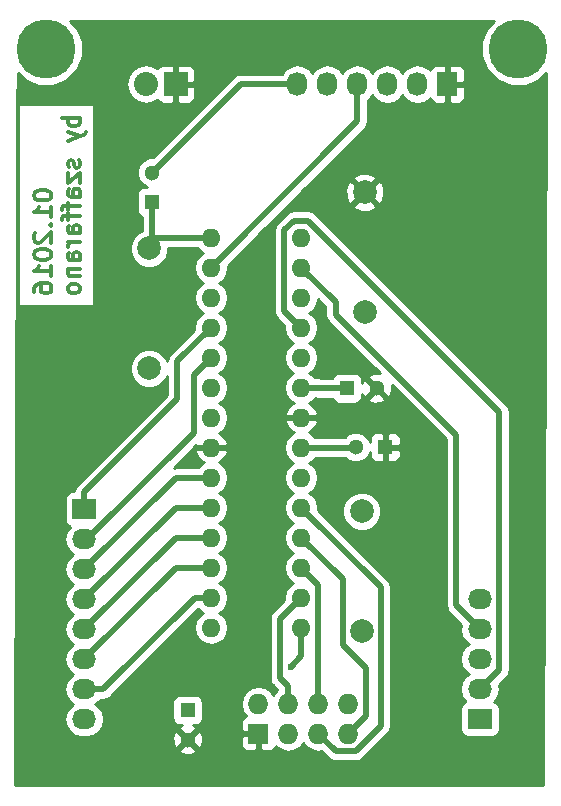
<source format=gbr>
G04 #@! TF.FileFunction,Copper,L2,Bot,Signal*
%FSLAX46Y46*%
G04 Gerber Fmt 4.6, Leading zero omitted, Abs format (unit mm)*
G04 Created by KiCad (PCBNEW 4.0.1-3.201512221401+6198~38~ubuntu15.10.1-stable) date dom 03 ene 2016 23:47:09 ART*
%MOMM*%
G01*
G04 APERTURE LIST*
%ADD10C,0.100000*%
%ADD11C,0.300000*%
%ADD12R,1.300000X1.300000*%
%ADD13C,1.300000*%
%ADD14O,1.600000X1.600000*%
%ADD15R,1.727200X1.727200*%
%ADD16O,1.727200X1.727200*%
%ADD17R,1.727200X2.032000*%
%ADD18O,1.727200X2.032000*%
%ADD19R,2.032000X2.032000*%
%ADD20O,2.032000X2.032000*%
%ADD21R,2.032000X1.727200*%
%ADD22O,2.032000X1.727200*%
%ADD23C,1.998980*%
%ADD24C,5.000000*%
%ADD25C,0.600000*%
%ADD26C,0.500000*%
%ADD27C,0.254000*%
G04 APERTURE END LIST*
D10*
D11*
X145978571Y-100357145D02*
X145978571Y-100500002D01*
X146050000Y-100642859D01*
X146121429Y-100714288D01*
X146264286Y-100785717D01*
X146550000Y-100857145D01*
X146907143Y-100857145D01*
X147192857Y-100785717D01*
X147335714Y-100714288D01*
X147407143Y-100642859D01*
X147478571Y-100500002D01*
X147478571Y-100357145D01*
X147407143Y-100214288D01*
X147335714Y-100142859D01*
X147192857Y-100071431D01*
X146907143Y-100000002D01*
X146550000Y-100000002D01*
X146264286Y-100071431D01*
X146121429Y-100142859D01*
X146050000Y-100214288D01*
X145978571Y-100357145D01*
X147478571Y-102285716D02*
X147478571Y-101428573D01*
X147478571Y-101857145D02*
X145978571Y-101857145D01*
X146192857Y-101714288D01*
X146335714Y-101571430D01*
X146407143Y-101428573D01*
X147335714Y-102928573D02*
X147407143Y-103000001D01*
X147478571Y-102928573D01*
X147407143Y-102857144D01*
X147335714Y-102928573D01*
X147478571Y-102928573D01*
X146121429Y-103571430D02*
X146050000Y-103642859D01*
X145978571Y-103785716D01*
X145978571Y-104142859D01*
X146050000Y-104285716D01*
X146121429Y-104357145D01*
X146264286Y-104428573D01*
X146407143Y-104428573D01*
X146621429Y-104357145D01*
X147478571Y-103500002D01*
X147478571Y-104428573D01*
X145978571Y-105357144D02*
X145978571Y-105500001D01*
X146050000Y-105642858D01*
X146121429Y-105714287D01*
X146264286Y-105785716D01*
X146550000Y-105857144D01*
X146907143Y-105857144D01*
X147192857Y-105785716D01*
X147335714Y-105714287D01*
X147407143Y-105642858D01*
X147478571Y-105500001D01*
X147478571Y-105357144D01*
X147407143Y-105214287D01*
X147335714Y-105142858D01*
X147192857Y-105071430D01*
X146907143Y-105000001D01*
X146550000Y-105000001D01*
X146264286Y-105071430D01*
X146121429Y-105142858D01*
X146050000Y-105214287D01*
X145978571Y-105357144D01*
X147478571Y-107285715D02*
X147478571Y-106428572D01*
X147478571Y-106857144D02*
X145978571Y-106857144D01*
X146192857Y-106714287D01*
X146335714Y-106571429D01*
X146407143Y-106428572D01*
X145978571Y-108571429D02*
X145978571Y-108285715D01*
X146050000Y-108142858D01*
X146121429Y-108071429D01*
X146335714Y-107928572D01*
X146621429Y-107857143D01*
X147192857Y-107857143D01*
X147335714Y-107928572D01*
X147407143Y-108000000D01*
X147478571Y-108142858D01*
X147478571Y-108428572D01*
X147407143Y-108571429D01*
X147335714Y-108642858D01*
X147192857Y-108714286D01*
X146835714Y-108714286D01*
X146692857Y-108642858D01*
X146621429Y-108571429D01*
X146550000Y-108428572D01*
X146550000Y-108142858D01*
X146621429Y-108000000D01*
X146692857Y-107928572D01*
X146835714Y-107857143D01*
X149878571Y-93857142D02*
X148378571Y-93857142D01*
X148950000Y-93857142D02*
X148878571Y-93999999D01*
X148878571Y-94285713D01*
X148950000Y-94428570D01*
X149021429Y-94499999D01*
X149164286Y-94571428D01*
X149592857Y-94571428D01*
X149735714Y-94499999D01*
X149807143Y-94428570D01*
X149878571Y-94285713D01*
X149878571Y-93999999D01*
X149807143Y-93857142D01*
X148878571Y-95071428D02*
X149878571Y-95428571D01*
X148878571Y-95785713D02*
X149878571Y-95428571D01*
X150235714Y-95285713D01*
X150307143Y-95214285D01*
X150378571Y-95071428D01*
X149807143Y-97428570D02*
X149878571Y-97571427D01*
X149878571Y-97857142D01*
X149807143Y-97999999D01*
X149664286Y-98071427D01*
X149592857Y-98071427D01*
X149450000Y-97999999D01*
X149378571Y-97857142D01*
X149378571Y-97642856D01*
X149307143Y-97499999D01*
X149164286Y-97428570D01*
X149092857Y-97428570D01*
X148950000Y-97499999D01*
X148878571Y-97642856D01*
X148878571Y-97857142D01*
X148950000Y-97999999D01*
X148878571Y-98571428D02*
X148878571Y-99357142D01*
X149878571Y-98571428D01*
X149878571Y-99357142D01*
X149878571Y-100571428D02*
X149092857Y-100571428D01*
X148950000Y-100499999D01*
X148878571Y-100357142D01*
X148878571Y-100071428D01*
X148950000Y-99928571D01*
X149807143Y-100571428D02*
X149878571Y-100428571D01*
X149878571Y-100071428D01*
X149807143Y-99928571D01*
X149664286Y-99857142D01*
X149521429Y-99857142D01*
X149378571Y-99928571D01*
X149307143Y-100071428D01*
X149307143Y-100428571D01*
X149235714Y-100571428D01*
X148878571Y-101071428D02*
X148878571Y-101642857D01*
X149878571Y-101285714D02*
X148592857Y-101285714D01*
X148450000Y-101357142D01*
X148378571Y-101500000D01*
X148378571Y-101642857D01*
X148878571Y-101928571D02*
X148878571Y-102500000D01*
X149878571Y-102142857D02*
X148592857Y-102142857D01*
X148450000Y-102214285D01*
X148378571Y-102357143D01*
X148378571Y-102500000D01*
X149878571Y-103642857D02*
X149092857Y-103642857D01*
X148950000Y-103571428D01*
X148878571Y-103428571D01*
X148878571Y-103142857D01*
X148950000Y-103000000D01*
X149807143Y-103642857D02*
X149878571Y-103500000D01*
X149878571Y-103142857D01*
X149807143Y-103000000D01*
X149664286Y-102928571D01*
X149521429Y-102928571D01*
X149378571Y-103000000D01*
X149307143Y-103142857D01*
X149307143Y-103500000D01*
X149235714Y-103642857D01*
X149878571Y-104357143D02*
X148878571Y-104357143D01*
X149164286Y-104357143D02*
X149021429Y-104428571D01*
X148950000Y-104500000D01*
X148878571Y-104642857D01*
X148878571Y-104785714D01*
X149878571Y-105928571D02*
X149092857Y-105928571D01*
X148950000Y-105857142D01*
X148878571Y-105714285D01*
X148878571Y-105428571D01*
X148950000Y-105285714D01*
X149807143Y-105928571D02*
X149878571Y-105785714D01*
X149878571Y-105428571D01*
X149807143Y-105285714D01*
X149664286Y-105214285D01*
X149521429Y-105214285D01*
X149378571Y-105285714D01*
X149307143Y-105428571D01*
X149307143Y-105785714D01*
X149235714Y-105928571D01*
X148878571Y-106642857D02*
X149878571Y-106642857D01*
X149021429Y-106642857D02*
X148950000Y-106714285D01*
X148878571Y-106857143D01*
X148878571Y-107071428D01*
X148950000Y-107214285D01*
X149092857Y-107285714D01*
X149878571Y-107285714D01*
X149878571Y-108214286D02*
X149807143Y-108071428D01*
X149735714Y-108000000D01*
X149592857Y-107928571D01*
X149164286Y-107928571D01*
X149021429Y-108000000D01*
X148950000Y-108071428D01*
X148878571Y-108214286D01*
X148878571Y-108428571D01*
X148950000Y-108571428D01*
X149021429Y-108642857D01*
X149164286Y-108714286D01*
X149592857Y-108714286D01*
X149735714Y-108642857D01*
X149807143Y-108571428D01*
X149878571Y-108428571D01*
X149878571Y-108214286D01*
D12*
X175750000Y-121750000D03*
D13*
X173250000Y-121750000D03*
D12*
X159000000Y-144000000D03*
D13*
X159000000Y-146500000D03*
D12*
X156000000Y-101000000D03*
D13*
X156000000Y-98500000D03*
D12*
X172500000Y-116750000D03*
D13*
X175000000Y-116750000D03*
D14*
X161000000Y-104000000D03*
X161000000Y-106540000D03*
X161000000Y-109080000D03*
X161000000Y-111620000D03*
X161000000Y-114160000D03*
X161000000Y-116700000D03*
X161000000Y-119240000D03*
X161000000Y-121780000D03*
X161000000Y-124320000D03*
X161000000Y-126860000D03*
X161000000Y-129400000D03*
X161000000Y-131940000D03*
X161000000Y-134480000D03*
X161000000Y-137020000D03*
X168620000Y-137020000D03*
X168620000Y-134480000D03*
X168620000Y-131940000D03*
X168620000Y-129400000D03*
X168620000Y-126860000D03*
X168620000Y-124320000D03*
X168620000Y-121780000D03*
X168620000Y-119240000D03*
X168620000Y-116700000D03*
X168620000Y-114160000D03*
X168620000Y-111620000D03*
X168620000Y-109080000D03*
X168620000Y-106540000D03*
X168620000Y-104000000D03*
D15*
X165000000Y-146000000D03*
D16*
X165000000Y-143460000D03*
X167540000Y-146000000D03*
X167540000Y-143460000D03*
X170080000Y-146000000D03*
X170080000Y-143460000D03*
X172620000Y-146000000D03*
X172620000Y-143460000D03*
D17*
X181000000Y-91000000D03*
D18*
X178460000Y-91000000D03*
X175920000Y-91000000D03*
X173380000Y-91000000D03*
X170840000Y-91000000D03*
X168300000Y-91000000D03*
D19*
X158000000Y-91000000D03*
D20*
X155460000Y-91000000D03*
D21*
X150250000Y-127000000D03*
D22*
X150250000Y-129540000D03*
X150250000Y-132080000D03*
X150250000Y-134620000D03*
X150250000Y-137160000D03*
X150250000Y-139700000D03*
X150250000Y-142240000D03*
X150250000Y-144780000D03*
D21*
X183750000Y-144750000D03*
D22*
X183750000Y-142210000D03*
X183750000Y-139670000D03*
X183750000Y-137130000D03*
X183750000Y-134590000D03*
D23*
X155750000Y-115080000D03*
X155750000Y-104920000D03*
X173750000Y-137330000D03*
X173750000Y-127170000D03*
X174000000Y-110330000D03*
X174000000Y-100170000D03*
D24*
X187000000Y-88000000D03*
X147000000Y-88000000D03*
D25*
X167738200Y-140320400D03*
D26*
X173220000Y-121780000D02*
X173250000Y-121750000D01*
X168620000Y-121780000D02*
X173220000Y-121780000D01*
X161000000Y-104000000D02*
X159599700Y-104000000D01*
X156000000Y-104000000D02*
X159599700Y-104000000D01*
X156000000Y-104670000D02*
X156000000Y-104000000D01*
X155750000Y-104920000D02*
X156000000Y-104670000D01*
X156000000Y-104000000D02*
X156000000Y-101000000D01*
X163500000Y-91000000D02*
X156000000Y-98500000D01*
X168300000Y-91000000D02*
X163500000Y-91000000D01*
X170070300Y-116750000D02*
X170020300Y-116700000D01*
X172500000Y-116750000D02*
X170070300Y-116750000D01*
X168620000Y-116700000D02*
X170020300Y-116700000D01*
X173380000Y-94160000D02*
X161000000Y-106540000D01*
X173380000Y-91000000D02*
X173380000Y-94160000D01*
X158130800Y-114489200D02*
X161000000Y-111620000D01*
X158130800Y-117655300D02*
X158130800Y-114489200D01*
X150250000Y-125536100D02*
X158130800Y-117655300D01*
X150250000Y-127000000D02*
X150250000Y-125536100D01*
X159532100Y-115627900D02*
X161000000Y-114160000D01*
X159532100Y-120508600D02*
X159532100Y-115627900D01*
X150500700Y-129540000D02*
X159532100Y-120508600D01*
X150250000Y-129540000D02*
X150500700Y-129540000D01*
X158010000Y-124320000D02*
X161000000Y-124320000D01*
X150250000Y-132080000D02*
X158010000Y-124320000D01*
X158010000Y-126860000D02*
X161000000Y-126860000D01*
X150250000Y-134620000D02*
X158010000Y-126860000D01*
X158010000Y-129400000D02*
X161000000Y-129400000D01*
X150250000Y-137160000D02*
X158010000Y-129400000D01*
X158010000Y-131940000D02*
X161000000Y-131940000D01*
X150250000Y-139700000D02*
X158010000Y-131940000D01*
X151866300Y-142213400D02*
X159599700Y-134480000D01*
X151866300Y-142240000D02*
X151866300Y-142213400D01*
X161000000Y-134480000D02*
X159599700Y-134480000D01*
X150250000Y-142240000D02*
X151866300Y-142240000D01*
X168620000Y-139438600D02*
X167738200Y-140320400D01*
X168620000Y-137020000D02*
X168620000Y-139438600D01*
X167540000Y-143460000D02*
X167540000Y-141996100D01*
X166837900Y-141294000D02*
X167540000Y-141996100D01*
X166837900Y-136262100D02*
X166837900Y-141294000D01*
X168620000Y-134480000D02*
X166837900Y-136262100D01*
X170080000Y-133400000D02*
X168620000Y-131940000D01*
X170080000Y-143460000D02*
X170080000Y-133400000D01*
X172130400Y-132910400D02*
X168620000Y-129400000D01*
X172130400Y-138468600D02*
X172130400Y-132910400D01*
X174095300Y-140433500D02*
X172130400Y-138468600D01*
X174095300Y-144524700D02*
X174095300Y-140433500D01*
X172620000Y-146000000D02*
X174095300Y-144524700D01*
X175363200Y-133603200D02*
X168620000Y-126860000D01*
X175363200Y-145336900D02*
X175363200Y-133603200D01*
X173230000Y-147470100D02*
X175363200Y-145336900D01*
X171550100Y-147470100D02*
X173230000Y-147470100D01*
X170080000Y-146000000D02*
X171550100Y-147470100D01*
X167200200Y-110200200D02*
X168620000Y-111620000D01*
X167200200Y-103381200D02*
X167200200Y-110200200D01*
X168006400Y-102575000D02*
X167200200Y-103381200D01*
X169204100Y-102575000D02*
X168006400Y-102575000D01*
X185388300Y-118759200D02*
X169204100Y-102575000D01*
X185388300Y-140571700D02*
X185388300Y-118759200D01*
X183750000Y-142210000D02*
X185388300Y-140571700D01*
X171554300Y-109474300D02*
X168620000Y-106540000D01*
X171554300Y-110513100D02*
X171554300Y-109474300D01*
X181762100Y-120720900D02*
X171554300Y-110513100D01*
X181762100Y-135142100D02*
X181762100Y-120720900D01*
X183750000Y-137130000D02*
X181762100Y-135142100D01*
D27*
G36*
X184343826Y-86221847D02*
X183865546Y-87373674D01*
X183864457Y-88620854D01*
X184340727Y-89773515D01*
X185221847Y-90656174D01*
X186373674Y-91134454D01*
X187620854Y-91135543D01*
X188773515Y-90659273D01*
X189355390Y-90078412D01*
X189123488Y-150373000D01*
X144377489Y-150373000D01*
X144388926Y-147399016D01*
X158280590Y-147399016D01*
X158336271Y-147629611D01*
X158819078Y-147797622D01*
X159329428Y-147768083D01*
X159663729Y-147629611D01*
X159719410Y-147399016D01*
X159000000Y-146679605D01*
X158280590Y-147399016D01*
X144388926Y-147399016D01*
X144393080Y-146319078D01*
X157702378Y-146319078D01*
X157731917Y-146829428D01*
X157870389Y-147163729D01*
X158100984Y-147219410D01*
X158820395Y-146500000D01*
X159179605Y-146500000D01*
X159899016Y-147219410D01*
X160129611Y-147163729D01*
X160297622Y-146680922D01*
X160274750Y-146285750D01*
X163501400Y-146285750D01*
X163501400Y-146989909D01*
X163598073Y-147223298D01*
X163776701Y-147401927D01*
X164010090Y-147498600D01*
X164714250Y-147498600D01*
X164873000Y-147339850D01*
X164873000Y-146127000D01*
X163660150Y-146127000D01*
X163501400Y-146285750D01*
X160274750Y-146285750D01*
X160268083Y-146170572D01*
X160129611Y-145836271D01*
X159899016Y-145780590D01*
X159179605Y-146500000D01*
X158820395Y-146500000D01*
X158100984Y-145780590D01*
X157870389Y-145836271D01*
X157702378Y-146319078D01*
X144393080Y-146319078D01*
X144457615Y-129540000D01*
X148566655Y-129540000D01*
X148680729Y-130113489D01*
X149005585Y-130599670D01*
X149320366Y-130810000D01*
X149005585Y-131020330D01*
X148680729Y-131506511D01*
X148566655Y-132080000D01*
X148680729Y-132653489D01*
X149005585Y-133139670D01*
X149320366Y-133350000D01*
X149005585Y-133560330D01*
X148680729Y-134046511D01*
X148566655Y-134620000D01*
X148680729Y-135193489D01*
X149005585Y-135679670D01*
X149320366Y-135890000D01*
X149005585Y-136100330D01*
X148680729Y-136586511D01*
X148566655Y-137160000D01*
X148680729Y-137733489D01*
X149005585Y-138219670D01*
X149320366Y-138430000D01*
X149005585Y-138640330D01*
X148680729Y-139126511D01*
X148566655Y-139700000D01*
X148680729Y-140273489D01*
X149005585Y-140759670D01*
X149320366Y-140970000D01*
X149005585Y-141180330D01*
X148680729Y-141666511D01*
X148566655Y-142240000D01*
X148680729Y-142813489D01*
X149005585Y-143299670D01*
X149320366Y-143510000D01*
X149005585Y-143720330D01*
X148680729Y-144206511D01*
X148566655Y-144780000D01*
X148680729Y-145353489D01*
X149005585Y-145839670D01*
X149491766Y-146164526D01*
X150065255Y-146278600D01*
X150434745Y-146278600D01*
X151008234Y-146164526D01*
X151494415Y-145839670D01*
X151819271Y-145353489D01*
X151933345Y-144780000D01*
X151819271Y-144206511D01*
X151494415Y-143720330D01*
X151179634Y-143510000D01*
X151419090Y-143350000D01*
X157702560Y-143350000D01*
X157702560Y-144650000D01*
X157746838Y-144885317D01*
X157885910Y-145101441D01*
X158098110Y-145246431D01*
X158350000Y-145297440D01*
X158512385Y-145297440D01*
X158336271Y-145370389D01*
X158280590Y-145600984D01*
X159000000Y-146320395D01*
X159719410Y-145600984D01*
X159663729Y-145370389D01*
X159454098Y-145297440D01*
X159650000Y-145297440D01*
X159885317Y-145253162D01*
X160101441Y-145114090D01*
X160246431Y-144901890D01*
X160297440Y-144650000D01*
X160297440Y-143430641D01*
X163501400Y-143430641D01*
X163501400Y-143489359D01*
X163615474Y-144062848D01*
X163930526Y-144534356D01*
X163776701Y-144598073D01*
X163598073Y-144776702D01*
X163501400Y-145010091D01*
X163501400Y-145714250D01*
X163660150Y-145873000D01*
X164873000Y-145873000D01*
X164873000Y-145853000D01*
X165127000Y-145853000D01*
X165127000Y-145873000D01*
X165147000Y-145873000D01*
X165147000Y-146127000D01*
X165127000Y-146127000D01*
X165127000Y-147339850D01*
X165285750Y-147498600D01*
X165989910Y-147498600D01*
X166223299Y-147401927D01*
X166401927Y-147223298D01*
X166466263Y-147067977D01*
X166480330Y-147089029D01*
X166966511Y-147413885D01*
X167540000Y-147527959D01*
X168113489Y-147413885D01*
X168599670Y-147089029D01*
X168810000Y-146774248D01*
X169020330Y-147089029D01*
X169506511Y-147413885D01*
X170080000Y-147527959D01*
X170310525Y-147482105D01*
X170924308Y-148095887D01*
X170924310Y-148095890D01*
X171173119Y-148262138D01*
X171211425Y-148287733D01*
X171550100Y-148355100D01*
X173229995Y-148355100D01*
X173230000Y-148355101D01*
X173512484Y-148298910D01*
X173568675Y-148287733D01*
X173855790Y-148095890D01*
X173855791Y-148095889D01*
X175988987Y-145962692D01*
X175988990Y-145962690D01*
X176180833Y-145675575D01*
X176248200Y-145336900D01*
X176248200Y-133603205D01*
X176248201Y-133603200D01*
X176180833Y-133264526D01*
X176180833Y-133264525D01*
X175988990Y-132977410D01*
X175988987Y-132977408D01*
X170505274Y-127493694D01*
X172115226Y-127493694D01*
X172363538Y-128094655D01*
X172822927Y-128554846D01*
X173423453Y-128804206D01*
X174073694Y-128804774D01*
X174674655Y-128556462D01*
X175134846Y-128097073D01*
X175384206Y-127496547D01*
X175384774Y-126846306D01*
X175136462Y-126245345D01*
X174677073Y-125785154D01*
X174076547Y-125535794D01*
X173426306Y-125535226D01*
X172825345Y-125783538D01*
X172365154Y-126242927D01*
X172115794Y-126843453D01*
X172115226Y-127493694D01*
X170505274Y-127493694D01*
X170048017Y-127036437D01*
X170083113Y-126860000D01*
X169973880Y-126310849D01*
X169662811Y-125845302D01*
X169280725Y-125590000D01*
X169662811Y-125334698D01*
X169973880Y-124869151D01*
X170083113Y-124320000D01*
X169973880Y-123770849D01*
X169662811Y-123305302D01*
X169280725Y-123050000D01*
X169662811Y-122794698D01*
X169749473Y-122665000D01*
X172347723Y-122665000D01*
X172521155Y-122838735D01*
X172993276Y-123034777D01*
X173504481Y-123035223D01*
X173976943Y-122840005D01*
X174338735Y-122478845D01*
X174465000Y-122174765D01*
X174465000Y-122526310D01*
X174561673Y-122759699D01*
X174740302Y-122938327D01*
X174973691Y-123035000D01*
X175464250Y-123035000D01*
X175623000Y-122876250D01*
X175623000Y-121877000D01*
X175877000Y-121877000D01*
X175877000Y-122876250D01*
X176035750Y-123035000D01*
X176526309Y-123035000D01*
X176759698Y-122938327D01*
X176938327Y-122759699D01*
X177035000Y-122526310D01*
X177035000Y-122035750D01*
X176876250Y-121877000D01*
X175877000Y-121877000D01*
X175623000Y-121877000D01*
X175603000Y-121877000D01*
X175603000Y-121623000D01*
X175623000Y-121623000D01*
X175623000Y-120623750D01*
X175877000Y-120623750D01*
X175877000Y-121623000D01*
X176876250Y-121623000D01*
X177035000Y-121464250D01*
X177035000Y-120973690D01*
X176938327Y-120740301D01*
X176759698Y-120561673D01*
X176526309Y-120465000D01*
X176035750Y-120465000D01*
X175877000Y-120623750D01*
X175623000Y-120623750D01*
X175464250Y-120465000D01*
X174973691Y-120465000D01*
X174740302Y-120561673D01*
X174561673Y-120740301D01*
X174465000Y-120973690D01*
X174465000Y-121325567D01*
X174340005Y-121023057D01*
X173978845Y-120661265D01*
X173506724Y-120465223D01*
X172995519Y-120464777D01*
X172523057Y-120659995D01*
X172287641Y-120895000D01*
X169749473Y-120895000D01*
X169662811Y-120765302D01*
X169258297Y-120495014D01*
X169475134Y-120392389D01*
X169851041Y-119977423D01*
X170011904Y-119589039D01*
X169889915Y-119367000D01*
X168747000Y-119367000D01*
X168747000Y-119387000D01*
X168493000Y-119387000D01*
X168493000Y-119367000D01*
X167350085Y-119367000D01*
X167228096Y-119589039D01*
X167388959Y-119977423D01*
X167764866Y-120392389D01*
X167981703Y-120495014D01*
X167577189Y-120765302D01*
X167266120Y-121230849D01*
X167156887Y-121780000D01*
X167266120Y-122329151D01*
X167577189Y-122794698D01*
X167959275Y-123050000D01*
X167577189Y-123305302D01*
X167266120Y-123770849D01*
X167156887Y-124320000D01*
X167266120Y-124869151D01*
X167577189Y-125334698D01*
X167959275Y-125590000D01*
X167577189Y-125845302D01*
X167266120Y-126310849D01*
X167156887Y-126860000D01*
X167266120Y-127409151D01*
X167577189Y-127874698D01*
X167959275Y-128130000D01*
X167577189Y-128385302D01*
X167266120Y-128850849D01*
X167156887Y-129400000D01*
X167266120Y-129949151D01*
X167577189Y-130414698D01*
X167959275Y-130670000D01*
X167577189Y-130925302D01*
X167266120Y-131390849D01*
X167156887Y-131940000D01*
X167266120Y-132489151D01*
X167577189Y-132954698D01*
X167959275Y-133210000D01*
X167577189Y-133465302D01*
X167266120Y-133930849D01*
X167156887Y-134480000D01*
X167191983Y-134656438D01*
X166212110Y-135636310D01*
X166020267Y-135923425D01*
X166020267Y-135923426D01*
X165952899Y-136262100D01*
X165952900Y-136262105D01*
X165952900Y-141293995D01*
X165952899Y-141294000D01*
X165985263Y-141456700D01*
X166020267Y-141632675D01*
X166179728Y-141871326D01*
X166212110Y-141919790D01*
X166590007Y-142297687D01*
X166480330Y-142370971D01*
X166270000Y-142685752D01*
X166059670Y-142370971D01*
X165573489Y-142046115D01*
X165000000Y-141932041D01*
X164426511Y-142046115D01*
X163940330Y-142370971D01*
X163615474Y-142857152D01*
X163501400Y-143430641D01*
X160297440Y-143430641D01*
X160297440Y-143350000D01*
X160253162Y-143114683D01*
X160114090Y-142898559D01*
X159901890Y-142753569D01*
X159650000Y-142702560D01*
X158350000Y-142702560D01*
X158114683Y-142746838D01*
X157898559Y-142885910D01*
X157753569Y-143098110D01*
X157702560Y-143350000D01*
X151419090Y-143350000D01*
X151494415Y-143299670D01*
X151611126Y-143125000D01*
X151866300Y-143125000D01*
X152204975Y-143057633D01*
X152492090Y-142865790D01*
X152545653Y-142785627D01*
X159908880Y-135422399D01*
X159957189Y-135494698D01*
X160339275Y-135750000D01*
X159957189Y-136005302D01*
X159646120Y-136470849D01*
X159536887Y-137020000D01*
X159646120Y-137569151D01*
X159957189Y-138034698D01*
X160422736Y-138345767D01*
X160971887Y-138455000D01*
X161028113Y-138455000D01*
X161577264Y-138345767D01*
X162042811Y-138034698D01*
X162353880Y-137569151D01*
X162463113Y-137020000D01*
X162353880Y-136470849D01*
X162042811Y-136005302D01*
X161660725Y-135750000D01*
X162042811Y-135494698D01*
X162353880Y-135029151D01*
X162463113Y-134480000D01*
X162353880Y-133930849D01*
X162042811Y-133465302D01*
X161660725Y-133210000D01*
X162042811Y-132954698D01*
X162353880Y-132489151D01*
X162463113Y-131940000D01*
X162353880Y-131390849D01*
X162042811Y-130925302D01*
X161660725Y-130670000D01*
X162042811Y-130414698D01*
X162353880Y-129949151D01*
X162463113Y-129400000D01*
X162353880Y-128850849D01*
X162042811Y-128385302D01*
X161660725Y-128130000D01*
X162042811Y-127874698D01*
X162353880Y-127409151D01*
X162463113Y-126860000D01*
X162353880Y-126310849D01*
X162042811Y-125845302D01*
X161660725Y-125590000D01*
X162042811Y-125334698D01*
X162353880Y-124869151D01*
X162463113Y-124320000D01*
X162353880Y-123770849D01*
X162042811Y-123305302D01*
X161638297Y-123035014D01*
X161855134Y-122932389D01*
X162231041Y-122517423D01*
X162391904Y-122129039D01*
X162269915Y-121907000D01*
X161127000Y-121907000D01*
X161127000Y-121927000D01*
X160873000Y-121927000D01*
X160873000Y-121907000D01*
X159730085Y-121907000D01*
X159608096Y-122129039D01*
X159768959Y-122517423D01*
X160144866Y-122932389D01*
X160361703Y-123035014D01*
X159957189Y-123305302D01*
X159870527Y-123435000D01*
X158010005Y-123435000D01*
X158010000Y-123434999D01*
X157819359Y-123472921D01*
X159697886Y-121594393D01*
X159730085Y-121653000D01*
X160873000Y-121653000D01*
X160873000Y-121633000D01*
X161127000Y-121633000D01*
X161127000Y-121653000D01*
X162269915Y-121653000D01*
X162391904Y-121430961D01*
X162231041Y-121042577D01*
X161855134Y-120627611D01*
X161638297Y-120524986D01*
X162042811Y-120254698D01*
X162353880Y-119789151D01*
X162463113Y-119240000D01*
X162353880Y-118690849D01*
X162042811Y-118225302D01*
X161660725Y-117970000D01*
X162042811Y-117714698D01*
X162353880Y-117249151D01*
X162463113Y-116700000D01*
X162353880Y-116150849D01*
X162042811Y-115685302D01*
X161660725Y-115430000D01*
X162042811Y-115174698D01*
X162353880Y-114709151D01*
X162463113Y-114160000D01*
X162353880Y-113610849D01*
X162042811Y-113145302D01*
X161660725Y-112890000D01*
X162042811Y-112634698D01*
X162353880Y-112169151D01*
X162463113Y-111620000D01*
X162353880Y-111070849D01*
X162042811Y-110605302D01*
X161660725Y-110350000D01*
X162042811Y-110094698D01*
X162353880Y-109629151D01*
X162463113Y-109080000D01*
X162353880Y-108530849D01*
X162042811Y-108065302D01*
X161660725Y-107810000D01*
X162042811Y-107554698D01*
X162353880Y-107089151D01*
X162463113Y-106540000D01*
X162428017Y-106363563D01*
X165410379Y-103381200D01*
X166315199Y-103381200D01*
X166315200Y-103381205D01*
X166315200Y-110200195D01*
X166315199Y-110200200D01*
X166333904Y-110294233D01*
X166382567Y-110538875D01*
X166513612Y-110734999D01*
X166574410Y-110825990D01*
X167191983Y-111443562D01*
X167156887Y-111620000D01*
X167266120Y-112169151D01*
X167577189Y-112634698D01*
X167959275Y-112890000D01*
X167577189Y-113145302D01*
X167266120Y-113610849D01*
X167156887Y-114160000D01*
X167266120Y-114709151D01*
X167577189Y-115174698D01*
X167959275Y-115430000D01*
X167577189Y-115685302D01*
X167266120Y-116150849D01*
X167156887Y-116700000D01*
X167266120Y-117249151D01*
X167577189Y-117714698D01*
X167981703Y-117984986D01*
X167764866Y-118087611D01*
X167388959Y-118502577D01*
X167228096Y-118890961D01*
X167350085Y-119113000D01*
X168493000Y-119113000D01*
X168493000Y-119093000D01*
X168747000Y-119093000D01*
X168747000Y-119113000D01*
X169889915Y-119113000D01*
X170011904Y-118890961D01*
X169851041Y-118502577D01*
X169475134Y-118087611D01*
X169258297Y-117984986D01*
X169662811Y-117714698D01*
X169749473Y-117585000D01*
X169818934Y-117585000D01*
X170070300Y-117635001D01*
X170070305Y-117635000D01*
X171246778Y-117635000D01*
X171246838Y-117635317D01*
X171385910Y-117851441D01*
X171598110Y-117996431D01*
X171850000Y-118047440D01*
X173150000Y-118047440D01*
X173385317Y-118003162D01*
X173601441Y-117864090D01*
X173746431Y-117651890D01*
X173747012Y-117649016D01*
X174280590Y-117649016D01*
X174336271Y-117879611D01*
X174819078Y-118047622D01*
X175329428Y-118018083D01*
X175663729Y-117879611D01*
X175719410Y-117649016D01*
X175000000Y-116929605D01*
X174280590Y-117649016D01*
X173747012Y-117649016D01*
X173797440Y-117400000D01*
X173797440Y-117237615D01*
X173870389Y-117413729D01*
X174100984Y-117469410D01*
X174820395Y-116750000D01*
X174100984Y-116030590D01*
X173870389Y-116086271D01*
X173797440Y-116295902D01*
X173797440Y-116100000D01*
X173753162Y-115864683D01*
X173614090Y-115648559D01*
X173401890Y-115503569D01*
X173150000Y-115452560D01*
X171850000Y-115452560D01*
X171614683Y-115496838D01*
X171398559Y-115635910D01*
X171253569Y-115848110D01*
X171250149Y-115865000D01*
X170271666Y-115865000D01*
X170020300Y-115814999D01*
X170020295Y-115815000D01*
X169749473Y-115815000D01*
X169662811Y-115685302D01*
X169280725Y-115430000D01*
X169662811Y-115174698D01*
X169973880Y-114709151D01*
X170083113Y-114160000D01*
X169973880Y-113610849D01*
X169662811Y-113145302D01*
X169280725Y-112890000D01*
X169662811Y-112634698D01*
X169973880Y-112169151D01*
X170083113Y-111620000D01*
X169973880Y-111070849D01*
X169662811Y-110605302D01*
X169280725Y-110350000D01*
X169662811Y-110094698D01*
X169973880Y-109629151D01*
X170054130Y-109225709D01*
X170669300Y-109840879D01*
X170669300Y-110513095D01*
X170669299Y-110513100D01*
X170725490Y-110795584D01*
X170736667Y-110851775D01*
X170847623Y-111017833D01*
X170928510Y-111138890D01*
X175274596Y-115484975D01*
X175180922Y-115452378D01*
X174670572Y-115481917D01*
X174336271Y-115620389D01*
X174280590Y-115850984D01*
X175000000Y-116570395D01*
X175014142Y-116556252D01*
X175193748Y-116735858D01*
X175179605Y-116750000D01*
X175899016Y-117469410D01*
X176129611Y-117413729D01*
X176297622Y-116930922D01*
X176271640Y-116482019D01*
X180877100Y-121087479D01*
X180877100Y-135142095D01*
X180877099Y-135142100D01*
X180933290Y-135424584D01*
X180944467Y-135480775D01*
X181065156Y-135661400D01*
X181136310Y-135767890D01*
X182138289Y-136769869D01*
X182066655Y-137130000D01*
X182180729Y-137703489D01*
X182505585Y-138189670D01*
X182820366Y-138400000D01*
X182505585Y-138610330D01*
X182180729Y-139096511D01*
X182066655Y-139670000D01*
X182180729Y-140243489D01*
X182505585Y-140729670D01*
X182820366Y-140940000D01*
X182505585Y-141150330D01*
X182180729Y-141636511D01*
X182066655Y-142210000D01*
X182180729Y-142783489D01*
X182505585Y-143269670D01*
X182519913Y-143279243D01*
X182498683Y-143283238D01*
X182282559Y-143422310D01*
X182137569Y-143634510D01*
X182086560Y-143886400D01*
X182086560Y-145613600D01*
X182130838Y-145848917D01*
X182269910Y-146065041D01*
X182482110Y-146210031D01*
X182734000Y-146261040D01*
X184766000Y-146261040D01*
X185001317Y-146216762D01*
X185217441Y-146077690D01*
X185362431Y-145865490D01*
X185413440Y-145613600D01*
X185413440Y-143886400D01*
X185369162Y-143651083D01*
X185230090Y-143434959D01*
X185017890Y-143289969D01*
X184976561Y-143281600D01*
X184994415Y-143269670D01*
X185319271Y-142783489D01*
X185433345Y-142210000D01*
X185361711Y-141849869D01*
X186014087Y-141197492D01*
X186014090Y-141197490D01*
X186205933Y-140910375D01*
X186233423Y-140772174D01*
X186273301Y-140571700D01*
X186273300Y-140571695D01*
X186273300Y-118759205D01*
X186273301Y-118759200D01*
X186205933Y-118420525D01*
X186112766Y-118281090D01*
X186014090Y-118133410D01*
X186014087Y-118133408D01*
X169829890Y-101949210D01*
X169759070Y-101901890D01*
X169542775Y-101757367D01*
X169486584Y-101746190D01*
X169204100Y-101689999D01*
X169204095Y-101690000D01*
X168006405Y-101690000D01*
X168006400Y-101689999D01*
X167723916Y-101746190D01*
X167667725Y-101757367D01*
X167380610Y-101949210D01*
X167380608Y-101949213D01*
X166574410Y-102755410D01*
X166382567Y-103042525D01*
X166382567Y-103042526D01*
X166315199Y-103381200D01*
X165410379Y-103381200D01*
X167469416Y-101322163D01*
X173027443Y-101322163D01*
X173126042Y-101588965D01*
X173735582Y-101815401D01*
X174385377Y-101791341D01*
X174873958Y-101588965D01*
X174972557Y-101322163D01*
X174000000Y-100349605D01*
X173027443Y-101322163D01*
X167469416Y-101322163D01*
X168885997Y-99905582D01*
X172354599Y-99905582D01*
X172378659Y-100555377D01*
X172581035Y-101043958D01*
X172847837Y-101142557D01*
X173820395Y-100170000D01*
X174179605Y-100170000D01*
X175152163Y-101142557D01*
X175418965Y-101043958D01*
X175645401Y-100434418D01*
X175621341Y-99784623D01*
X175418965Y-99296042D01*
X175152163Y-99197443D01*
X174179605Y-100170000D01*
X173820395Y-100170000D01*
X172847837Y-99197443D01*
X172581035Y-99296042D01*
X172354599Y-99905582D01*
X168885997Y-99905582D01*
X169773742Y-99017837D01*
X173027443Y-99017837D01*
X174000000Y-99990395D01*
X174972557Y-99017837D01*
X174873958Y-98751035D01*
X174264418Y-98524599D01*
X173614623Y-98548659D01*
X173126042Y-98751035D01*
X173027443Y-99017837D01*
X169773742Y-99017837D01*
X174005787Y-94785792D01*
X174005790Y-94785790D01*
X174197633Y-94498675D01*
X174208810Y-94442484D01*
X174265001Y-94160000D01*
X174265000Y-94159995D01*
X174265000Y-92361126D01*
X174439670Y-92244415D01*
X174650000Y-91929634D01*
X174860330Y-92244415D01*
X175346511Y-92569271D01*
X175920000Y-92683345D01*
X176493489Y-92569271D01*
X176979670Y-92244415D01*
X177190000Y-91929634D01*
X177400330Y-92244415D01*
X177886511Y-92569271D01*
X178460000Y-92683345D01*
X179033489Y-92569271D01*
X179519670Y-92244415D01*
X179534500Y-92222220D01*
X179598073Y-92375698D01*
X179776701Y-92554327D01*
X180010090Y-92651000D01*
X180714250Y-92651000D01*
X180873000Y-92492250D01*
X180873000Y-91127000D01*
X181127000Y-91127000D01*
X181127000Y-92492250D01*
X181285750Y-92651000D01*
X181989910Y-92651000D01*
X182223299Y-92554327D01*
X182401927Y-92375698D01*
X182498600Y-92142309D01*
X182498600Y-91285750D01*
X182339850Y-91127000D01*
X181127000Y-91127000D01*
X180873000Y-91127000D01*
X180853000Y-91127000D01*
X180853000Y-90873000D01*
X180873000Y-90873000D01*
X180873000Y-89507750D01*
X181127000Y-89507750D01*
X181127000Y-90873000D01*
X182339850Y-90873000D01*
X182498600Y-90714250D01*
X182498600Y-89857691D01*
X182401927Y-89624302D01*
X182223299Y-89445673D01*
X181989910Y-89349000D01*
X181285750Y-89349000D01*
X181127000Y-89507750D01*
X180873000Y-89507750D01*
X180714250Y-89349000D01*
X180010090Y-89349000D01*
X179776701Y-89445673D01*
X179598073Y-89624302D01*
X179534500Y-89777780D01*
X179519670Y-89755585D01*
X179033489Y-89430729D01*
X178460000Y-89316655D01*
X177886511Y-89430729D01*
X177400330Y-89755585D01*
X177190000Y-90070366D01*
X176979670Y-89755585D01*
X176493489Y-89430729D01*
X175920000Y-89316655D01*
X175346511Y-89430729D01*
X174860330Y-89755585D01*
X174650000Y-90070366D01*
X174439670Y-89755585D01*
X173953489Y-89430729D01*
X173380000Y-89316655D01*
X172806511Y-89430729D01*
X172320330Y-89755585D01*
X172110000Y-90070366D01*
X171899670Y-89755585D01*
X171413489Y-89430729D01*
X170840000Y-89316655D01*
X170266511Y-89430729D01*
X169780330Y-89755585D01*
X169570000Y-90070366D01*
X169359670Y-89755585D01*
X168873489Y-89430729D01*
X168300000Y-89316655D01*
X167726511Y-89430729D01*
X167240330Y-89755585D01*
X167000176Y-90115000D01*
X163500005Y-90115000D01*
X163500000Y-90114999D01*
X163217516Y-90171190D01*
X163161325Y-90182367D01*
X162874210Y-90374210D01*
X162874208Y-90374213D01*
X156033392Y-97215028D01*
X155745519Y-97214777D01*
X155273057Y-97409995D01*
X154911265Y-97771155D01*
X154715223Y-98243276D01*
X154714777Y-98754481D01*
X154909995Y-99226943D01*
X155271155Y-99588735D01*
X155545276Y-99702560D01*
X155350000Y-99702560D01*
X155114683Y-99746838D01*
X154898559Y-99885910D01*
X154753569Y-100098110D01*
X154702560Y-100350000D01*
X154702560Y-101650000D01*
X154746838Y-101885317D01*
X154885910Y-102101441D01*
X155098110Y-102246431D01*
X155115000Y-102249851D01*
X155115000Y-103413855D01*
X154825345Y-103533538D01*
X154365154Y-103992927D01*
X154115794Y-104593453D01*
X154115226Y-105243694D01*
X154363538Y-105844655D01*
X154822927Y-106304846D01*
X155423453Y-106554206D01*
X156073694Y-106554774D01*
X156674655Y-106306462D01*
X157134846Y-105847073D01*
X157384206Y-105246547D01*
X157384522Y-104885000D01*
X159870527Y-104885000D01*
X159957189Y-105014698D01*
X160339275Y-105270000D01*
X159957189Y-105525302D01*
X159646120Y-105990849D01*
X159536887Y-106540000D01*
X159646120Y-107089151D01*
X159957189Y-107554698D01*
X160339275Y-107810000D01*
X159957189Y-108065302D01*
X159646120Y-108530849D01*
X159536887Y-109080000D01*
X159646120Y-109629151D01*
X159957189Y-110094698D01*
X160339275Y-110350000D01*
X159957189Y-110605302D01*
X159646120Y-111070849D01*
X159536887Y-111620000D01*
X159571983Y-111796438D01*
X157505010Y-113863410D01*
X157313167Y-114150525D01*
X157313167Y-114150526D01*
X157255096Y-114442461D01*
X157136462Y-114155345D01*
X156677073Y-113695154D01*
X156076547Y-113445794D01*
X155426306Y-113445226D01*
X154825345Y-113693538D01*
X154365154Y-114152927D01*
X154115794Y-114753453D01*
X154115226Y-115403694D01*
X154363538Y-116004655D01*
X154822927Y-116464846D01*
X155423453Y-116714206D01*
X156073694Y-116714774D01*
X156674655Y-116466462D01*
X157134846Y-116007073D01*
X157245800Y-115739866D01*
X157245800Y-117288721D01*
X149624210Y-124910310D01*
X149432367Y-125197425D01*
X149432367Y-125197426D01*
X149374376Y-125488960D01*
X149234000Y-125488960D01*
X148998683Y-125533238D01*
X148782559Y-125672310D01*
X148637569Y-125884510D01*
X148586560Y-126136400D01*
X148586560Y-127863600D01*
X148630838Y-128098917D01*
X148769910Y-128315041D01*
X148982110Y-128460031D01*
X149023439Y-128468400D01*
X149005585Y-128480330D01*
X148680729Y-128966511D01*
X148566655Y-129540000D01*
X144457615Y-129540000D01*
X144599250Y-92714999D01*
X144665000Y-92714999D01*
X144665000Y-109785000D01*
X151035000Y-109785000D01*
X151035000Y-92714999D01*
X144665000Y-92714999D01*
X144599250Y-92714999D01*
X144609528Y-90042786D01*
X145221847Y-90656174D01*
X146373674Y-91134454D01*
X147620854Y-91135543D01*
X148027173Y-90967655D01*
X153809000Y-90967655D01*
X153809000Y-91032345D01*
X153934675Y-91664155D01*
X154292567Y-92199778D01*
X154828190Y-92557670D01*
X155460000Y-92683345D01*
X156091810Y-92557670D01*
X156428001Y-92333034D01*
X156445673Y-92375698D01*
X156624301Y-92554327D01*
X156857690Y-92651000D01*
X157714250Y-92651000D01*
X157873000Y-92492250D01*
X157873000Y-91127000D01*
X158127000Y-91127000D01*
X158127000Y-92492250D01*
X158285750Y-92651000D01*
X159142310Y-92651000D01*
X159375699Y-92554327D01*
X159554327Y-92375698D01*
X159651000Y-92142309D01*
X159651000Y-91285750D01*
X159492250Y-91127000D01*
X158127000Y-91127000D01*
X157873000Y-91127000D01*
X157853000Y-91127000D01*
X157853000Y-90873000D01*
X157873000Y-90873000D01*
X157873000Y-89507750D01*
X158127000Y-89507750D01*
X158127000Y-90873000D01*
X159492250Y-90873000D01*
X159651000Y-90714250D01*
X159651000Y-89857691D01*
X159554327Y-89624302D01*
X159375699Y-89445673D01*
X159142310Y-89349000D01*
X158285750Y-89349000D01*
X158127000Y-89507750D01*
X157873000Y-89507750D01*
X157714250Y-89349000D01*
X156857690Y-89349000D01*
X156624301Y-89445673D01*
X156445673Y-89624302D01*
X156428001Y-89666966D01*
X156091810Y-89442330D01*
X155460000Y-89316655D01*
X154828190Y-89442330D01*
X154292567Y-89800222D01*
X153934675Y-90335845D01*
X153809000Y-90967655D01*
X148027173Y-90967655D01*
X148773515Y-90659273D01*
X149656174Y-89778153D01*
X150134454Y-88626326D01*
X150135543Y-87379146D01*
X149659273Y-86226485D01*
X149060833Y-85627000D01*
X184939712Y-85627000D01*
X184343826Y-86221847D01*
X184343826Y-86221847D01*
G37*
X184343826Y-86221847D02*
X183865546Y-87373674D01*
X183864457Y-88620854D01*
X184340727Y-89773515D01*
X185221847Y-90656174D01*
X186373674Y-91134454D01*
X187620854Y-91135543D01*
X188773515Y-90659273D01*
X189355390Y-90078412D01*
X189123488Y-150373000D01*
X144377489Y-150373000D01*
X144388926Y-147399016D01*
X158280590Y-147399016D01*
X158336271Y-147629611D01*
X158819078Y-147797622D01*
X159329428Y-147768083D01*
X159663729Y-147629611D01*
X159719410Y-147399016D01*
X159000000Y-146679605D01*
X158280590Y-147399016D01*
X144388926Y-147399016D01*
X144393080Y-146319078D01*
X157702378Y-146319078D01*
X157731917Y-146829428D01*
X157870389Y-147163729D01*
X158100984Y-147219410D01*
X158820395Y-146500000D01*
X159179605Y-146500000D01*
X159899016Y-147219410D01*
X160129611Y-147163729D01*
X160297622Y-146680922D01*
X160274750Y-146285750D01*
X163501400Y-146285750D01*
X163501400Y-146989909D01*
X163598073Y-147223298D01*
X163776701Y-147401927D01*
X164010090Y-147498600D01*
X164714250Y-147498600D01*
X164873000Y-147339850D01*
X164873000Y-146127000D01*
X163660150Y-146127000D01*
X163501400Y-146285750D01*
X160274750Y-146285750D01*
X160268083Y-146170572D01*
X160129611Y-145836271D01*
X159899016Y-145780590D01*
X159179605Y-146500000D01*
X158820395Y-146500000D01*
X158100984Y-145780590D01*
X157870389Y-145836271D01*
X157702378Y-146319078D01*
X144393080Y-146319078D01*
X144457615Y-129540000D01*
X148566655Y-129540000D01*
X148680729Y-130113489D01*
X149005585Y-130599670D01*
X149320366Y-130810000D01*
X149005585Y-131020330D01*
X148680729Y-131506511D01*
X148566655Y-132080000D01*
X148680729Y-132653489D01*
X149005585Y-133139670D01*
X149320366Y-133350000D01*
X149005585Y-133560330D01*
X148680729Y-134046511D01*
X148566655Y-134620000D01*
X148680729Y-135193489D01*
X149005585Y-135679670D01*
X149320366Y-135890000D01*
X149005585Y-136100330D01*
X148680729Y-136586511D01*
X148566655Y-137160000D01*
X148680729Y-137733489D01*
X149005585Y-138219670D01*
X149320366Y-138430000D01*
X149005585Y-138640330D01*
X148680729Y-139126511D01*
X148566655Y-139700000D01*
X148680729Y-140273489D01*
X149005585Y-140759670D01*
X149320366Y-140970000D01*
X149005585Y-141180330D01*
X148680729Y-141666511D01*
X148566655Y-142240000D01*
X148680729Y-142813489D01*
X149005585Y-143299670D01*
X149320366Y-143510000D01*
X149005585Y-143720330D01*
X148680729Y-144206511D01*
X148566655Y-144780000D01*
X148680729Y-145353489D01*
X149005585Y-145839670D01*
X149491766Y-146164526D01*
X150065255Y-146278600D01*
X150434745Y-146278600D01*
X151008234Y-146164526D01*
X151494415Y-145839670D01*
X151819271Y-145353489D01*
X151933345Y-144780000D01*
X151819271Y-144206511D01*
X151494415Y-143720330D01*
X151179634Y-143510000D01*
X151419090Y-143350000D01*
X157702560Y-143350000D01*
X157702560Y-144650000D01*
X157746838Y-144885317D01*
X157885910Y-145101441D01*
X158098110Y-145246431D01*
X158350000Y-145297440D01*
X158512385Y-145297440D01*
X158336271Y-145370389D01*
X158280590Y-145600984D01*
X159000000Y-146320395D01*
X159719410Y-145600984D01*
X159663729Y-145370389D01*
X159454098Y-145297440D01*
X159650000Y-145297440D01*
X159885317Y-145253162D01*
X160101441Y-145114090D01*
X160246431Y-144901890D01*
X160297440Y-144650000D01*
X160297440Y-143430641D01*
X163501400Y-143430641D01*
X163501400Y-143489359D01*
X163615474Y-144062848D01*
X163930526Y-144534356D01*
X163776701Y-144598073D01*
X163598073Y-144776702D01*
X163501400Y-145010091D01*
X163501400Y-145714250D01*
X163660150Y-145873000D01*
X164873000Y-145873000D01*
X164873000Y-145853000D01*
X165127000Y-145853000D01*
X165127000Y-145873000D01*
X165147000Y-145873000D01*
X165147000Y-146127000D01*
X165127000Y-146127000D01*
X165127000Y-147339850D01*
X165285750Y-147498600D01*
X165989910Y-147498600D01*
X166223299Y-147401927D01*
X166401927Y-147223298D01*
X166466263Y-147067977D01*
X166480330Y-147089029D01*
X166966511Y-147413885D01*
X167540000Y-147527959D01*
X168113489Y-147413885D01*
X168599670Y-147089029D01*
X168810000Y-146774248D01*
X169020330Y-147089029D01*
X169506511Y-147413885D01*
X170080000Y-147527959D01*
X170310525Y-147482105D01*
X170924308Y-148095887D01*
X170924310Y-148095890D01*
X171173119Y-148262138D01*
X171211425Y-148287733D01*
X171550100Y-148355100D01*
X173229995Y-148355100D01*
X173230000Y-148355101D01*
X173512484Y-148298910D01*
X173568675Y-148287733D01*
X173855790Y-148095890D01*
X173855791Y-148095889D01*
X175988987Y-145962692D01*
X175988990Y-145962690D01*
X176180833Y-145675575D01*
X176248200Y-145336900D01*
X176248200Y-133603205D01*
X176248201Y-133603200D01*
X176180833Y-133264526D01*
X176180833Y-133264525D01*
X175988990Y-132977410D01*
X175988987Y-132977408D01*
X170505274Y-127493694D01*
X172115226Y-127493694D01*
X172363538Y-128094655D01*
X172822927Y-128554846D01*
X173423453Y-128804206D01*
X174073694Y-128804774D01*
X174674655Y-128556462D01*
X175134846Y-128097073D01*
X175384206Y-127496547D01*
X175384774Y-126846306D01*
X175136462Y-126245345D01*
X174677073Y-125785154D01*
X174076547Y-125535794D01*
X173426306Y-125535226D01*
X172825345Y-125783538D01*
X172365154Y-126242927D01*
X172115794Y-126843453D01*
X172115226Y-127493694D01*
X170505274Y-127493694D01*
X170048017Y-127036437D01*
X170083113Y-126860000D01*
X169973880Y-126310849D01*
X169662811Y-125845302D01*
X169280725Y-125590000D01*
X169662811Y-125334698D01*
X169973880Y-124869151D01*
X170083113Y-124320000D01*
X169973880Y-123770849D01*
X169662811Y-123305302D01*
X169280725Y-123050000D01*
X169662811Y-122794698D01*
X169749473Y-122665000D01*
X172347723Y-122665000D01*
X172521155Y-122838735D01*
X172993276Y-123034777D01*
X173504481Y-123035223D01*
X173976943Y-122840005D01*
X174338735Y-122478845D01*
X174465000Y-122174765D01*
X174465000Y-122526310D01*
X174561673Y-122759699D01*
X174740302Y-122938327D01*
X174973691Y-123035000D01*
X175464250Y-123035000D01*
X175623000Y-122876250D01*
X175623000Y-121877000D01*
X175877000Y-121877000D01*
X175877000Y-122876250D01*
X176035750Y-123035000D01*
X176526309Y-123035000D01*
X176759698Y-122938327D01*
X176938327Y-122759699D01*
X177035000Y-122526310D01*
X177035000Y-122035750D01*
X176876250Y-121877000D01*
X175877000Y-121877000D01*
X175623000Y-121877000D01*
X175603000Y-121877000D01*
X175603000Y-121623000D01*
X175623000Y-121623000D01*
X175623000Y-120623750D01*
X175877000Y-120623750D01*
X175877000Y-121623000D01*
X176876250Y-121623000D01*
X177035000Y-121464250D01*
X177035000Y-120973690D01*
X176938327Y-120740301D01*
X176759698Y-120561673D01*
X176526309Y-120465000D01*
X176035750Y-120465000D01*
X175877000Y-120623750D01*
X175623000Y-120623750D01*
X175464250Y-120465000D01*
X174973691Y-120465000D01*
X174740302Y-120561673D01*
X174561673Y-120740301D01*
X174465000Y-120973690D01*
X174465000Y-121325567D01*
X174340005Y-121023057D01*
X173978845Y-120661265D01*
X173506724Y-120465223D01*
X172995519Y-120464777D01*
X172523057Y-120659995D01*
X172287641Y-120895000D01*
X169749473Y-120895000D01*
X169662811Y-120765302D01*
X169258297Y-120495014D01*
X169475134Y-120392389D01*
X169851041Y-119977423D01*
X170011904Y-119589039D01*
X169889915Y-119367000D01*
X168747000Y-119367000D01*
X168747000Y-119387000D01*
X168493000Y-119387000D01*
X168493000Y-119367000D01*
X167350085Y-119367000D01*
X167228096Y-119589039D01*
X167388959Y-119977423D01*
X167764866Y-120392389D01*
X167981703Y-120495014D01*
X167577189Y-120765302D01*
X167266120Y-121230849D01*
X167156887Y-121780000D01*
X167266120Y-122329151D01*
X167577189Y-122794698D01*
X167959275Y-123050000D01*
X167577189Y-123305302D01*
X167266120Y-123770849D01*
X167156887Y-124320000D01*
X167266120Y-124869151D01*
X167577189Y-125334698D01*
X167959275Y-125590000D01*
X167577189Y-125845302D01*
X167266120Y-126310849D01*
X167156887Y-126860000D01*
X167266120Y-127409151D01*
X167577189Y-127874698D01*
X167959275Y-128130000D01*
X167577189Y-128385302D01*
X167266120Y-128850849D01*
X167156887Y-129400000D01*
X167266120Y-129949151D01*
X167577189Y-130414698D01*
X167959275Y-130670000D01*
X167577189Y-130925302D01*
X167266120Y-131390849D01*
X167156887Y-131940000D01*
X167266120Y-132489151D01*
X167577189Y-132954698D01*
X167959275Y-133210000D01*
X167577189Y-133465302D01*
X167266120Y-133930849D01*
X167156887Y-134480000D01*
X167191983Y-134656438D01*
X166212110Y-135636310D01*
X166020267Y-135923425D01*
X166020267Y-135923426D01*
X165952899Y-136262100D01*
X165952900Y-136262105D01*
X165952900Y-141293995D01*
X165952899Y-141294000D01*
X165985263Y-141456700D01*
X166020267Y-141632675D01*
X166179728Y-141871326D01*
X166212110Y-141919790D01*
X166590007Y-142297687D01*
X166480330Y-142370971D01*
X166270000Y-142685752D01*
X166059670Y-142370971D01*
X165573489Y-142046115D01*
X165000000Y-141932041D01*
X164426511Y-142046115D01*
X163940330Y-142370971D01*
X163615474Y-142857152D01*
X163501400Y-143430641D01*
X160297440Y-143430641D01*
X160297440Y-143350000D01*
X160253162Y-143114683D01*
X160114090Y-142898559D01*
X159901890Y-142753569D01*
X159650000Y-142702560D01*
X158350000Y-142702560D01*
X158114683Y-142746838D01*
X157898559Y-142885910D01*
X157753569Y-143098110D01*
X157702560Y-143350000D01*
X151419090Y-143350000D01*
X151494415Y-143299670D01*
X151611126Y-143125000D01*
X151866300Y-143125000D01*
X152204975Y-143057633D01*
X152492090Y-142865790D01*
X152545653Y-142785627D01*
X159908880Y-135422399D01*
X159957189Y-135494698D01*
X160339275Y-135750000D01*
X159957189Y-136005302D01*
X159646120Y-136470849D01*
X159536887Y-137020000D01*
X159646120Y-137569151D01*
X159957189Y-138034698D01*
X160422736Y-138345767D01*
X160971887Y-138455000D01*
X161028113Y-138455000D01*
X161577264Y-138345767D01*
X162042811Y-138034698D01*
X162353880Y-137569151D01*
X162463113Y-137020000D01*
X162353880Y-136470849D01*
X162042811Y-136005302D01*
X161660725Y-135750000D01*
X162042811Y-135494698D01*
X162353880Y-135029151D01*
X162463113Y-134480000D01*
X162353880Y-133930849D01*
X162042811Y-133465302D01*
X161660725Y-133210000D01*
X162042811Y-132954698D01*
X162353880Y-132489151D01*
X162463113Y-131940000D01*
X162353880Y-131390849D01*
X162042811Y-130925302D01*
X161660725Y-130670000D01*
X162042811Y-130414698D01*
X162353880Y-129949151D01*
X162463113Y-129400000D01*
X162353880Y-128850849D01*
X162042811Y-128385302D01*
X161660725Y-128130000D01*
X162042811Y-127874698D01*
X162353880Y-127409151D01*
X162463113Y-126860000D01*
X162353880Y-126310849D01*
X162042811Y-125845302D01*
X161660725Y-125590000D01*
X162042811Y-125334698D01*
X162353880Y-124869151D01*
X162463113Y-124320000D01*
X162353880Y-123770849D01*
X162042811Y-123305302D01*
X161638297Y-123035014D01*
X161855134Y-122932389D01*
X162231041Y-122517423D01*
X162391904Y-122129039D01*
X162269915Y-121907000D01*
X161127000Y-121907000D01*
X161127000Y-121927000D01*
X160873000Y-121927000D01*
X160873000Y-121907000D01*
X159730085Y-121907000D01*
X159608096Y-122129039D01*
X159768959Y-122517423D01*
X160144866Y-122932389D01*
X160361703Y-123035014D01*
X159957189Y-123305302D01*
X159870527Y-123435000D01*
X158010005Y-123435000D01*
X158010000Y-123434999D01*
X157819359Y-123472921D01*
X159697886Y-121594393D01*
X159730085Y-121653000D01*
X160873000Y-121653000D01*
X160873000Y-121633000D01*
X161127000Y-121633000D01*
X161127000Y-121653000D01*
X162269915Y-121653000D01*
X162391904Y-121430961D01*
X162231041Y-121042577D01*
X161855134Y-120627611D01*
X161638297Y-120524986D01*
X162042811Y-120254698D01*
X162353880Y-119789151D01*
X162463113Y-119240000D01*
X162353880Y-118690849D01*
X162042811Y-118225302D01*
X161660725Y-117970000D01*
X162042811Y-117714698D01*
X162353880Y-117249151D01*
X162463113Y-116700000D01*
X162353880Y-116150849D01*
X162042811Y-115685302D01*
X161660725Y-115430000D01*
X162042811Y-115174698D01*
X162353880Y-114709151D01*
X162463113Y-114160000D01*
X162353880Y-113610849D01*
X162042811Y-113145302D01*
X161660725Y-112890000D01*
X162042811Y-112634698D01*
X162353880Y-112169151D01*
X162463113Y-111620000D01*
X162353880Y-111070849D01*
X162042811Y-110605302D01*
X161660725Y-110350000D01*
X162042811Y-110094698D01*
X162353880Y-109629151D01*
X162463113Y-109080000D01*
X162353880Y-108530849D01*
X162042811Y-108065302D01*
X161660725Y-107810000D01*
X162042811Y-107554698D01*
X162353880Y-107089151D01*
X162463113Y-106540000D01*
X162428017Y-106363563D01*
X165410379Y-103381200D01*
X166315199Y-103381200D01*
X166315200Y-103381205D01*
X166315200Y-110200195D01*
X166315199Y-110200200D01*
X166333904Y-110294233D01*
X166382567Y-110538875D01*
X166513612Y-110734999D01*
X166574410Y-110825990D01*
X167191983Y-111443562D01*
X167156887Y-111620000D01*
X167266120Y-112169151D01*
X167577189Y-112634698D01*
X167959275Y-112890000D01*
X167577189Y-113145302D01*
X167266120Y-113610849D01*
X167156887Y-114160000D01*
X167266120Y-114709151D01*
X167577189Y-115174698D01*
X167959275Y-115430000D01*
X167577189Y-115685302D01*
X167266120Y-116150849D01*
X167156887Y-116700000D01*
X167266120Y-117249151D01*
X167577189Y-117714698D01*
X167981703Y-117984986D01*
X167764866Y-118087611D01*
X167388959Y-118502577D01*
X167228096Y-118890961D01*
X167350085Y-119113000D01*
X168493000Y-119113000D01*
X168493000Y-119093000D01*
X168747000Y-119093000D01*
X168747000Y-119113000D01*
X169889915Y-119113000D01*
X170011904Y-118890961D01*
X169851041Y-118502577D01*
X169475134Y-118087611D01*
X169258297Y-117984986D01*
X169662811Y-117714698D01*
X169749473Y-117585000D01*
X169818934Y-117585000D01*
X170070300Y-117635001D01*
X170070305Y-117635000D01*
X171246778Y-117635000D01*
X171246838Y-117635317D01*
X171385910Y-117851441D01*
X171598110Y-117996431D01*
X171850000Y-118047440D01*
X173150000Y-118047440D01*
X173385317Y-118003162D01*
X173601441Y-117864090D01*
X173746431Y-117651890D01*
X173747012Y-117649016D01*
X174280590Y-117649016D01*
X174336271Y-117879611D01*
X174819078Y-118047622D01*
X175329428Y-118018083D01*
X175663729Y-117879611D01*
X175719410Y-117649016D01*
X175000000Y-116929605D01*
X174280590Y-117649016D01*
X173747012Y-117649016D01*
X173797440Y-117400000D01*
X173797440Y-117237615D01*
X173870389Y-117413729D01*
X174100984Y-117469410D01*
X174820395Y-116750000D01*
X174100984Y-116030590D01*
X173870389Y-116086271D01*
X173797440Y-116295902D01*
X173797440Y-116100000D01*
X173753162Y-115864683D01*
X173614090Y-115648559D01*
X173401890Y-115503569D01*
X173150000Y-115452560D01*
X171850000Y-115452560D01*
X171614683Y-115496838D01*
X171398559Y-115635910D01*
X171253569Y-115848110D01*
X171250149Y-115865000D01*
X170271666Y-115865000D01*
X170020300Y-115814999D01*
X170020295Y-115815000D01*
X169749473Y-115815000D01*
X169662811Y-115685302D01*
X169280725Y-115430000D01*
X169662811Y-115174698D01*
X169973880Y-114709151D01*
X170083113Y-114160000D01*
X169973880Y-113610849D01*
X169662811Y-113145302D01*
X169280725Y-112890000D01*
X169662811Y-112634698D01*
X169973880Y-112169151D01*
X170083113Y-111620000D01*
X169973880Y-111070849D01*
X169662811Y-110605302D01*
X169280725Y-110350000D01*
X169662811Y-110094698D01*
X169973880Y-109629151D01*
X170054130Y-109225709D01*
X170669300Y-109840879D01*
X170669300Y-110513095D01*
X170669299Y-110513100D01*
X170725490Y-110795584D01*
X170736667Y-110851775D01*
X170847623Y-111017833D01*
X170928510Y-111138890D01*
X175274596Y-115484975D01*
X175180922Y-115452378D01*
X174670572Y-115481917D01*
X174336271Y-115620389D01*
X174280590Y-115850984D01*
X175000000Y-116570395D01*
X175014142Y-116556252D01*
X175193748Y-116735858D01*
X175179605Y-116750000D01*
X175899016Y-117469410D01*
X176129611Y-117413729D01*
X176297622Y-116930922D01*
X176271640Y-116482019D01*
X180877100Y-121087479D01*
X180877100Y-135142095D01*
X180877099Y-135142100D01*
X180933290Y-135424584D01*
X180944467Y-135480775D01*
X181065156Y-135661400D01*
X181136310Y-135767890D01*
X182138289Y-136769869D01*
X182066655Y-137130000D01*
X182180729Y-137703489D01*
X182505585Y-138189670D01*
X182820366Y-138400000D01*
X182505585Y-138610330D01*
X182180729Y-139096511D01*
X182066655Y-139670000D01*
X182180729Y-140243489D01*
X182505585Y-140729670D01*
X182820366Y-140940000D01*
X182505585Y-141150330D01*
X182180729Y-141636511D01*
X182066655Y-142210000D01*
X182180729Y-142783489D01*
X182505585Y-143269670D01*
X182519913Y-143279243D01*
X182498683Y-143283238D01*
X182282559Y-143422310D01*
X182137569Y-143634510D01*
X182086560Y-143886400D01*
X182086560Y-145613600D01*
X182130838Y-145848917D01*
X182269910Y-146065041D01*
X182482110Y-146210031D01*
X182734000Y-146261040D01*
X184766000Y-146261040D01*
X185001317Y-146216762D01*
X185217441Y-146077690D01*
X185362431Y-145865490D01*
X185413440Y-145613600D01*
X185413440Y-143886400D01*
X185369162Y-143651083D01*
X185230090Y-143434959D01*
X185017890Y-143289969D01*
X184976561Y-143281600D01*
X184994415Y-143269670D01*
X185319271Y-142783489D01*
X185433345Y-142210000D01*
X185361711Y-141849869D01*
X186014087Y-141197492D01*
X186014090Y-141197490D01*
X186205933Y-140910375D01*
X186233423Y-140772174D01*
X186273301Y-140571700D01*
X186273300Y-140571695D01*
X186273300Y-118759205D01*
X186273301Y-118759200D01*
X186205933Y-118420525D01*
X186112766Y-118281090D01*
X186014090Y-118133410D01*
X186014087Y-118133408D01*
X169829890Y-101949210D01*
X169759070Y-101901890D01*
X169542775Y-101757367D01*
X169486584Y-101746190D01*
X169204100Y-101689999D01*
X169204095Y-101690000D01*
X168006405Y-101690000D01*
X168006400Y-101689999D01*
X167723916Y-101746190D01*
X167667725Y-101757367D01*
X167380610Y-101949210D01*
X167380608Y-101949213D01*
X166574410Y-102755410D01*
X166382567Y-103042525D01*
X166382567Y-103042526D01*
X166315199Y-103381200D01*
X165410379Y-103381200D01*
X167469416Y-101322163D01*
X173027443Y-101322163D01*
X173126042Y-101588965D01*
X173735582Y-101815401D01*
X174385377Y-101791341D01*
X174873958Y-101588965D01*
X174972557Y-101322163D01*
X174000000Y-100349605D01*
X173027443Y-101322163D01*
X167469416Y-101322163D01*
X168885997Y-99905582D01*
X172354599Y-99905582D01*
X172378659Y-100555377D01*
X172581035Y-101043958D01*
X172847837Y-101142557D01*
X173820395Y-100170000D01*
X174179605Y-100170000D01*
X175152163Y-101142557D01*
X175418965Y-101043958D01*
X175645401Y-100434418D01*
X175621341Y-99784623D01*
X175418965Y-99296042D01*
X175152163Y-99197443D01*
X174179605Y-100170000D01*
X173820395Y-100170000D01*
X172847837Y-99197443D01*
X172581035Y-99296042D01*
X172354599Y-99905582D01*
X168885997Y-99905582D01*
X169773742Y-99017837D01*
X173027443Y-99017837D01*
X174000000Y-99990395D01*
X174972557Y-99017837D01*
X174873958Y-98751035D01*
X174264418Y-98524599D01*
X173614623Y-98548659D01*
X173126042Y-98751035D01*
X173027443Y-99017837D01*
X169773742Y-99017837D01*
X174005787Y-94785792D01*
X174005790Y-94785790D01*
X174197633Y-94498675D01*
X174208810Y-94442484D01*
X174265001Y-94160000D01*
X174265000Y-94159995D01*
X174265000Y-92361126D01*
X174439670Y-92244415D01*
X174650000Y-91929634D01*
X174860330Y-92244415D01*
X175346511Y-92569271D01*
X175920000Y-92683345D01*
X176493489Y-92569271D01*
X176979670Y-92244415D01*
X177190000Y-91929634D01*
X177400330Y-92244415D01*
X177886511Y-92569271D01*
X178460000Y-92683345D01*
X179033489Y-92569271D01*
X179519670Y-92244415D01*
X179534500Y-92222220D01*
X179598073Y-92375698D01*
X179776701Y-92554327D01*
X180010090Y-92651000D01*
X180714250Y-92651000D01*
X180873000Y-92492250D01*
X180873000Y-91127000D01*
X181127000Y-91127000D01*
X181127000Y-92492250D01*
X181285750Y-92651000D01*
X181989910Y-92651000D01*
X182223299Y-92554327D01*
X182401927Y-92375698D01*
X182498600Y-92142309D01*
X182498600Y-91285750D01*
X182339850Y-91127000D01*
X181127000Y-91127000D01*
X180873000Y-91127000D01*
X180853000Y-91127000D01*
X180853000Y-90873000D01*
X180873000Y-90873000D01*
X180873000Y-89507750D01*
X181127000Y-89507750D01*
X181127000Y-90873000D01*
X182339850Y-90873000D01*
X182498600Y-90714250D01*
X182498600Y-89857691D01*
X182401927Y-89624302D01*
X182223299Y-89445673D01*
X181989910Y-89349000D01*
X181285750Y-89349000D01*
X181127000Y-89507750D01*
X180873000Y-89507750D01*
X180714250Y-89349000D01*
X180010090Y-89349000D01*
X179776701Y-89445673D01*
X179598073Y-89624302D01*
X179534500Y-89777780D01*
X179519670Y-89755585D01*
X179033489Y-89430729D01*
X178460000Y-89316655D01*
X177886511Y-89430729D01*
X177400330Y-89755585D01*
X177190000Y-90070366D01*
X176979670Y-89755585D01*
X176493489Y-89430729D01*
X175920000Y-89316655D01*
X175346511Y-89430729D01*
X174860330Y-89755585D01*
X174650000Y-90070366D01*
X174439670Y-89755585D01*
X173953489Y-89430729D01*
X173380000Y-89316655D01*
X172806511Y-89430729D01*
X172320330Y-89755585D01*
X172110000Y-90070366D01*
X171899670Y-89755585D01*
X171413489Y-89430729D01*
X170840000Y-89316655D01*
X170266511Y-89430729D01*
X169780330Y-89755585D01*
X169570000Y-90070366D01*
X169359670Y-89755585D01*
X168873489Y-89430729D01*
X168300000Y-89316655D01*
X167726511Y-89430729D01*
X167240330Y-89755585D01*
X167000176Y-90115000D01*
X163500005Y-90115000D01*
X163500000Y-90114999D01*
X163217516Y-90171190D01*
X163161325Y-90182367D01*
X162874210Y-90374210D01*
X162874208Y-90374213D01*
X156033392Y-97215028D01*
X155745519Y-97214777D01*
X155273057Y-97409995D01*
X154911265Y-97771155D01*
X154715223Y-98243276D01*
X154714777Y-98754481D01*
X154909995Y-99226943D01*
X155271155Y-99588735D01*
X155545276Y-99702560D01*
X155350000Y-99702560D01*
X155114683Y-99746838D01*
X154898559Y-99885910D01*
X154753569Y-100098110D01*
X154702560Y-100350000D01*
X154702560Y-101650000D01*
X154746838Y-101885317D01*
X154885910Y-102101441D01*
X155098110Y-102246431D01*
X155115000Y-102249851D01*
X155115000Y-103413855D01*
X154825345Y-103533538D01*
X154365154Y-103992927D01*
X154115794Y-104593453D01*
X154115226Y-105243694D01*
X154363538Y-105844655D01*
X154822927Y-106304846D01*
X155423453Y-106554206D01*
X156073694Y-106554774D01*
X156674655Y-106306462D01*
X157134846Y-105847073D01*
X157384206Y-105246547D01*
X157384522Y-104885000D01*
X159870527Y-104885000D01*
X159957189Y-105014698D01*
X160339275Y-105270000D01*
X159957189Y-105525302D01*
X159646120Y-105990849D01*
X159536887Y-106540000D01*
X159646120Y-107089151D01*
X159957189Y-107554698D01*
X160339275Y-107810000D01*
X159957189Y-108065302D01*
X159646120Y-108530849D01*
X159536887Y-109080000D01*
X159646120Y-109629151D01*
X159957189Y-110094698D01*
X160339275Y-110350000D01*
X159957189Y-110605302D01*
X159646120Y-111070849D01*
X159536887Y-111620000D01*
X159571983Y-111796438D01*
X157505010Y-113863410D01*
X157313167Y-114150525D01*
X157313167Y-114150526D01*
X157255096Y-114442461D01*
X157136462Y-114155345D01*
X156677073Y-113695154D01*
X156076547Y-113445794D01*
X155426306Y-113445226D01*
X154825345Y-113693538D01*
X154365154Y-114152927D01*
X154115794Y-114753453D01*
X154115226Y-115403694D01*
X154363538Y-116004655D01*
X154822927Y-116464846D01*
X155423453Y-116714206D01*
X156073694Y-116714774D01*
X156674655Y-116466462D01*
X157134846Y-116007073D01*
X157245800Y-115739866D01*
X157245800Y-117288721D01*
X149624210Y-124910310D01*
X149432367Y-125197425D01*
X149432367Y-125197426D01*
X149374376Y-125488960D01*
X149234000Y-125488960D01*
X148998683Y-125533238D01*
X148782559Y-125672310D01*
X148637569Y-125884510D01*
X148586560Y-126136400D01*
X148586560Y-127863600D01*
X148630838Y-128098917D01*
X148769910Y-128315041D01*
X148982110Y-128460031D01*
X149023439Y-128468400D01*
X149005585Y-128480330D01*
X148680729Y-128966511D01*
X148566655Y-129540000D01*
X144457615Y-129540000D01*
X144599250Y-92714999D01*
X144665000Y-92714999D01*
X144665000Y-109785000D01*
X151035000Y-109785000D01*
X151035000Y-92714999D01*
X144665000Y-92714999D01*
X144599250Y-92714999D01*
X144609528Y-90042786D01*
X145221847Y-90656174D01*
X146373674Y-91134454D01*
X147620854Y-91135543D01*
X148027173Y-90967655D01*
X153809000Y-90967655D01*
X153809000Y-91032345D01*
X153934675Y-91664155D01*
X154292567Y-92199778D01*
X154828190Y-92557670D01*
X155460000Y-92683345D01*
X156091810Y-92557670D01*
X156428001Y-92333034D01*
X156445673Y-92375698D01*
X156624301Y-92554327D01*
X156857690Y-92651000D01*
X157714250Y-92651000D01*
X157873000Y-92492250D01*
X157873000Y-91127000D01*
X158127000Y-91127000D01*
X158127000Y-92492250D01*
X158285750Y-92651000D01*
X159142310Y-92651000D01*
X159375699Y-92554327D01*
X159554327Y-92375698D01*
X159651000Y-92142309D01*
X159651000Y-91285750D01*
X159492250Y-91127000D01*
X158127000Y-91127000D01*
X157873000Y-91127000D01*
X157853000Y-91127000D01*
X157853000Y-90873000D01*
X157873000Y-90873000D01*
X157873000Y-89507750D01*
X158127000Y-89507750D01*
X158127000Y-90873000D01*
X159492250Y-90873000D01*
X159651000Y-90714250D01*
X159651000Y-89857691D01*
X159554327Y-89624302D01*
X159375699Y-89445673D01*
X159142310Y-89349000D01*
X158285750Y-89349000D01*
X158127000Y-89507750D01*
X157873000Y-89507750D01*
X157714250Y-89349000D01*
X156857690Y-89349000D01*
X156624301Y-89445673D01*
X156445673Y-89624302D01*
X156428001Y-89666966D01*
X156091810Y-89442330D01*
X155460000Y-89316655D01*
X154828190Y-89442330D01*
X154292567Y-89800222D01*
X153934675Y-90335845D01*
X153809000Y-90967655D01*
X148027173Y-90967655D01*
X148773515Y-90659273D01*
X149656174Y-89778153D01*
X150134454Y-88626326D01*
X150135543Y-87379146D01*
X149659273Y-86226485D01*
X149060833Y-85627000D01*
X184939712Y-85627000D01*
X184343826Y-86221847D01*
M02*

</source>
